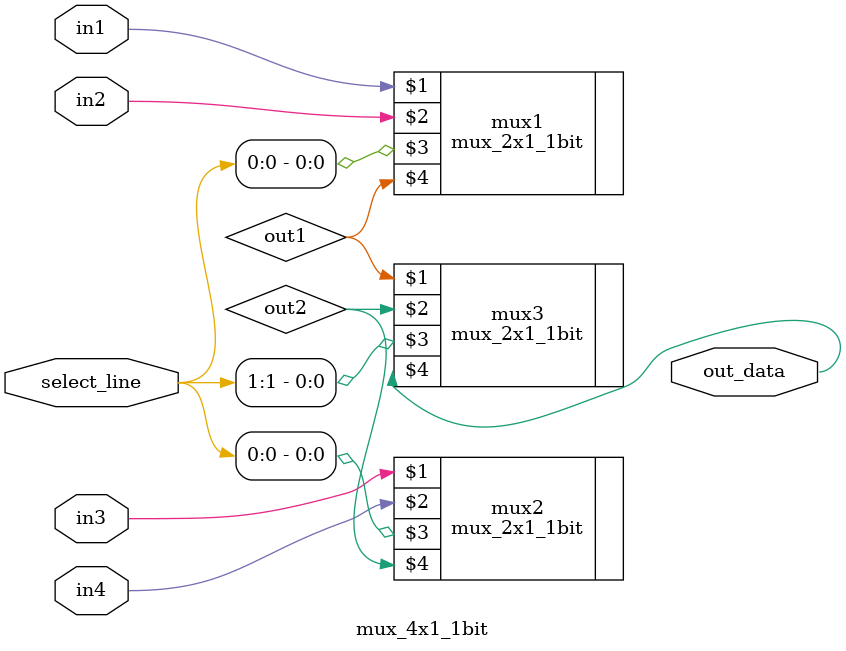
<source format=v>
module mux_4x1_1bit(in1,in2,in3,in4,select_line,out_data);
  
  input wire in1,in2,in3,in4;
  input wire [1:0] select_line;
  output wire out_data;
  
  wire out1,out2;
  
  mux_2x1_1bit mux1(in1,in2,select_line[0],out1);
  mux_2x1_1bit mux2(in3,in4,select_line[0],out2);
  
  mux_2x1_1bit mux3(out1,out2,select_line[1],out_data);
  
endmodule
  

</source>
